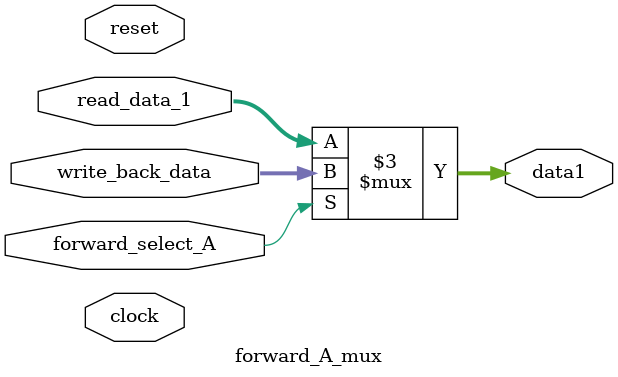
<source format=sv>
module forward_A_mux (
    input logic [31:0] write_back_data,read_data_1,
    input logic clock,reset,forward_select_A,
    output logic[31:0] data1 
);
always_comb begin : forward_A_mux
 if (forward_select_A) begin
    data1<=write_back_data;
    
 end
 else begin
    data1 <= read_data_1;
 end
    
end
    
endmodule
</source>
